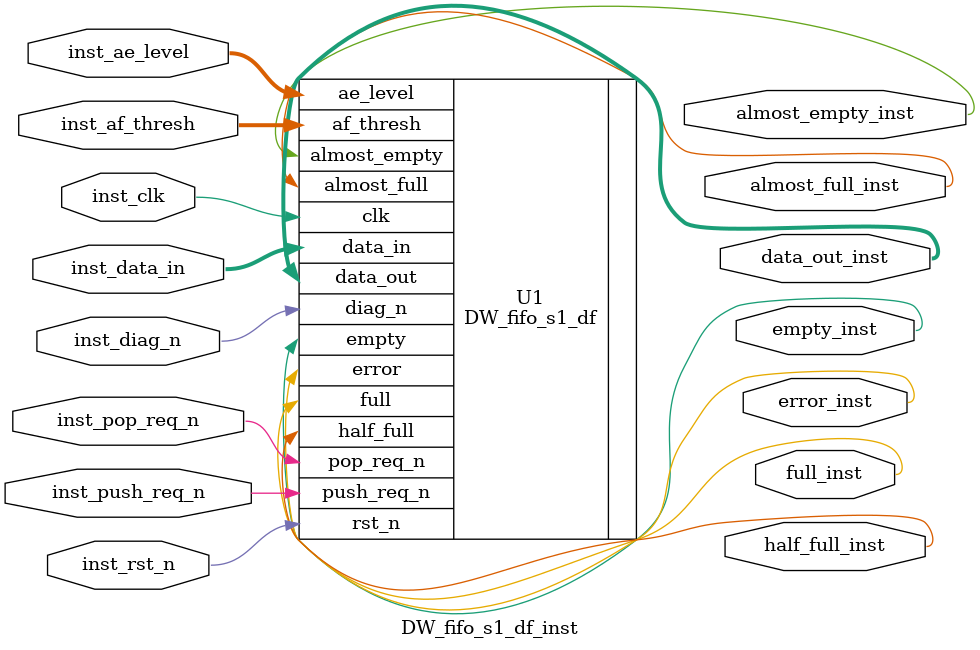
<source format=v>
module DW_fifo_s1_df_inst(inst_clk, inst_rst_n, inst_push_req_n,
                          inst_pop_req_n, inst_diag_n, inst_ae_level,
                          inst_af_thresh, inst_data_in, empty_inst,
                          almost_empty_inst, half_full_inst,
                          almost_full_inst, full_inst, error_inst,
                          data_out_inst );
  parameter width = 8;
  parameter depth = 4;
  parameter err_mode = 0;
  parameter rst_mode = 0;
  `define bit_width_depth 2 // ceil(log2(depth)) 

  input inst_clk;
  input inst_rst_n;
  input inst_push_req_n;
  input inst_pop_req_n;
  input inst_diag_n;
  input [`bit_width_depth-1 : 0] inst_ae_level;
  input [`bit_width_depth-1 : 0] inst_af_thresh;
  input [width-1 : 0] inst_data_in;
  output empty_inst;
  output almost_empty_inst;
  output half_full_inst;
  output almost_full_inst;
  output full_inst;
  output error_inst;
  output [width-1 : 0] data_out_inst;

  // Instance of DW_fifo_s1_df
  DW_fifo_s1_df #(width, depth, err_mode, rst_mode)
    U1 (.clk(inst_clk),   .rst_n(inst_rst_n),   .push_req_n(inst_push_req_n),
        .pop_req_n(inst_pop_req_n),   .diag_n(inst_diag_n),
        .ae_level(inst_ae_level),   .af_thresh(inst_af_thresh),
        .data_in(inst_data_in),   .empty(empty_inst),
        .almost_empty(almost_empty_inst),   .half_full(half_full_inst),
        .almost_full(almost_full_inst),   .full(full_inst),
        .error(error_inst),   .data_out(data_out_inst) );
endmodule

</source>
